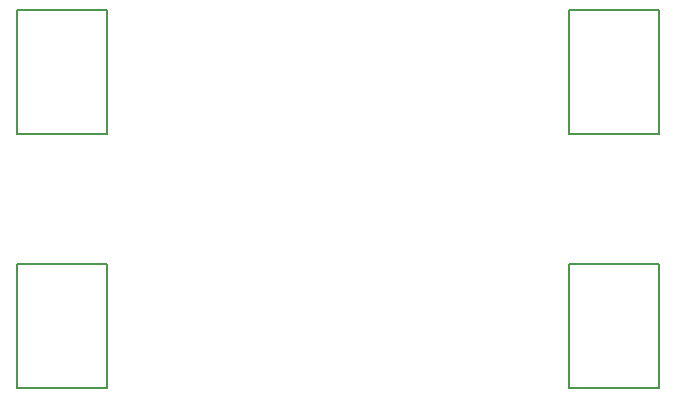
<source format=gbr>
%TF.GenerationSoftware,Altium Limited,Altium Designer,21.8.1 (53)*%
G04 Layer_Color=16711935*
%FSLAX43Y43*%
%MOMM*%
%TF.SameCoordinates,7B22A04A-8AF3-4E57-AB0C-0AC604AFDBEB*%
%TF.FilePolarity,Positive*%
%TF.FileFunction,Other,Mechanical_13*%
%TF.Part,Single*%
G01*
G75*
%TA.AperFunction,NonConductor*%
%ADD23C,0.200*%
D23*
X56300Y7500D02*
Y18000D01*
X48700Y7500D02*
X56300D01*
X48700D02*
Y18000D01*
X56300D01*
X2000Y29000D02*
Y39500D01*
X9600D01*
Y29000D02*
Y39500D01*
X2000Y29000D02*
X9600D01*
X56300D02*
Y39500D01*
X48700Y29000D02*
X56300D01*
X48700D02*
Y39500D01*
X56300D01*
X2000Y7500D02*
Y18000D01*
X9600D01*
Y7500D02*
Y18000D01*
X2000Y7500D02*
X9600D01*
%TF.MD5,34445f6daf2459719ec5f1dc6264449e*%
M02*

</source>
